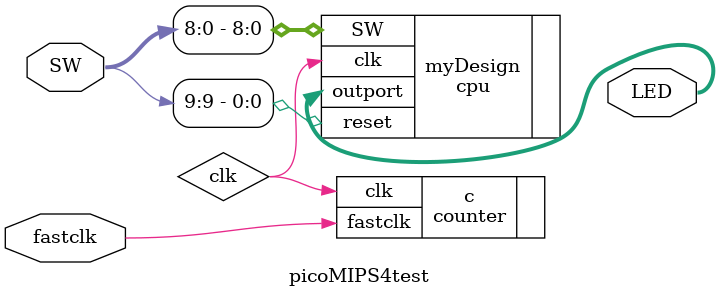
<source format=sv>

module picoMIPS4test(
  input logic fastclk,  // 50MHz Altera DE0 clock
  input logic [9:0] SW, // Switches SW0..SW9

  output logic [7:0] LED); // LEDs
  
  logic clk; // slow clock, about 10Hz
  counter c (.fastclk(fastclk),.clk(clk)); // slow clk from counter
  

    cpu myDesign (.clk(clk), .reset(SW[9]),.SW(SW[8:0]),.outport(LED)); //change fastclk to clk on fpga
endmodule  
</source>
